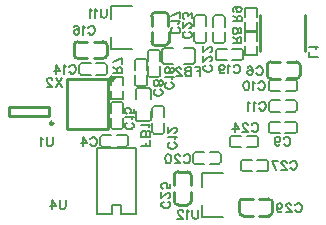
<source format=gbo>
G04 Layer: BottomSilkscreenLayer*
G04 EasyEDA Pro v1.8.39, 2022-10-27 11:15:30*
G04 Gerber Generator version 0.3*
G04 Scale: 100 percent, Rotated: No, Reflected: No*
G04 Dimensions in millimeters*
G04 Leading zeros omitted, absolute positions, 3 integers and 3 decimals*
%FSLAX33Y33*%
%MOMM*%
%ADD10C,0.127*%
%ADD11C,0.1524*%
%ADD12C,0.254*%
%ADD13C,0.151994*%
%ADD14C,0.29972*%
G75*


G04 Text Start*
G04 //text: U4*
G54D10*
G01X7201Y2106D02*
G01X7201Y1570D01*
G01X7165Y1463D01*
G01X7094Y1389D01*
G01X6988Y1354D01*
G01X6914D01*
G01X6807Y1389D01*
G01X6736Y1463D01*
G01X6701Y1570D01*
G01Y2106D01*
G01X6045Y2106D02*
G01X6403Y1605D01*
G01X5867D01*
G01X6045Y2106D02*
G01X6045Y1354D01*
G04 //text: C4*
G01X9307Y7259D02*
G01X9342Y7333D01*
G01X9413Y7404D01*
G01X9484Y7440D01*
G01X9629D01*
G01X9700Y7404D01*
G01X9771Y7333D01*
G01X9807Y7259D01*
G01X9843Y7153D01*
G01Y6975D01*
G01X9807Y6868D01*
G01X9771Y6797D01*
G01X9700Y6723D01*
G01X9629Y6688D01*
G01X9484D01*
G01X9413Y6723D01*
G01X9342Y6797D01*
G01X9307Y6868D01*
G01X8651Y7440D02*
G01X9009Y6939D01*
G01X8473D01*
G01X8651Y7440D02*
G01X8651Y6688D01*
G04 //text: U1*
G01X6109Y7414D02*
G01X6109Y6878D01*
G01X6073Y6772D01*
G01X6002Y6698D01*
G01X5895Y6662D01*
G01X5822D01*
G01X5715Y6698D01*
G01X5644Y6772D01*
G01X5608Y6878D01*
G01Y7414D01*
G01X5311Y7269D02*
G01X5237Y7308D01*
G01X5131Y7414D01*
G01Y6662D01*
G04 //text: R9*
G01X22121Y17234D02*
G01X21369Y17234D01*
G01X22121Y17234D02*
G01X22121Y17556D01*
G01X22085Y17663D01*
G01X22050Y17699D01*
G01X21976Y17734D01*
G01X21905D01*
G01X21834Y17699D01*
G01X21798Y17663D01*
G01X21763Y17556D01*
G01Y17234D01*
G01X21763Y17483D02*
G01X21369Y17734D01*
G01X21869Y18496D02*
G01X21763Y18461D01*
G01X21692Y18390D01*
G01X21656Y18283D01*
G01Y18247D01*
G01X21692Y18141D01*
G01X21763Y18067D01*
G01X21869Y18031D01*
G01X21905D01*
G01X22014Y18067D01*
G01X22085Y18141D01*
G01X22121Y18247D01*
G01Y18283D01*
G01X22085Y18390D01*
G01X22014Y18461D01*
G01X21869Y18496D01*
G01X21692D01*
G01X21514Y18461D01*
G01X21405Y18390D01*
G01X21369Y18283D01*
G01Y18212D01*
G01X21405Y18105D01*
G01X21478Y18067D01*
G04 //text: R8*
G01X22095Y15380D02*
G01X21344Y15380D01*
G01X22095Y15380D02*
G01X22095Y15702D01*
G01X22060Y15809D01*
G01X22024Y15845D01*
G01X21951Y15880D01*
G01X21880D01*
G01X21808Y15845D01*
G01X21773Y15809D01*
G01X21737Y15702D01*
G01Y15380D01*
G01X21737Y15629D02*
G01X21344Y15880D01*
G01X22095Y16358D02*
G01X22060Y16251D01*
G01X21989Y16213D01*
G01X21915D01*
G01X21844Y16251D01*
G01X21808Y16322D01*
G01X21773Y16464D01*
G01X21737Y16571D01*
G01X21666Y16642D01*
G01X21595Y16678D01*
G01X21488D01*
G01X21417Y16642D01*
G01X21379Y16607D01*
G01X21344Y16500D01*
G01Y16358D01*
G01X21379Y16251D01*
G01X21417Y16213D01*
G01X21488Y16177D01*
G01X21595D01*
G01X21666Y16213D01*
G01X21737Y16286D01*
G01X21773Y16393D01*
G01X21808Y16535D01*
G01X21844Y16607D01*
G01X21915Y16642D01*
G01X21989D01*
G01X22060Y16607D01*
G01X22095Y16500D01*
G01Y16358D01*
G04 //text: C8*
G01X15235Y11471D02*
G01X15309Y11435D01*
G01X15380Y11364D01*
G01X15415Y11293D01*
G01Y11148D01*
G01X15380Y11077D01*
G01X15309Y11006D01*
G01X15235Y10970D01*
G01X15128Y10935D01*
G01X14950D01*
G01X14844Y10970D01*
G01X14773Y11006D01*
G01X14699Y11077D01*
G01X14663Y11148D01*
G01Y11293D01*
G01X14699Y11364D01*
G01X14773Y11435D01*
G01X14844Y11471D01*
G01X15415Y11948D02*
G01X15380Y11841D01*
G01X15309Y11806D01*
G01X15235D01*
G01X15164Y11841D01*
G01X15128Y11913D01*
G01X15093Y12055D01*
G01X15057Y12162D01*
G01X14986Y12233D01*
G01X14915Y12268D01*
G01X14808D01*
G01X14737Y12233D01*
G01X14699Y12197D01*
G01X14663Y12090D01*
G01Y11948D01*
G01X14699Y11841D01*
G01X14737Y11806D01*
G01X14808Y11768D01*
G01X14915D01*
G01X14986Y11806D01*
G01X15057Y11877D01*
G01X15093Y11984D01*
G01X15128Y12126D01*
G01X15164Y12197D01*
G01X15235Y12233D01*
G01X15309D01*
G01X15380Y12197D01*
G01X15415Y12090D01*
G01Y11948D01*
G04 //text: C9*
G01X25690Y7285D02*
G01X25725Y7358D01*
G01X25796Y7430D01*
G01X25867Y7465D01*
G01X26012D01*
G01X26083Y7430D01*
G01X26154Y7358D01*
G01X26190Y7285D01*
G01X26226Y7178D01*
G01Y7000D01*
G01X26190Y6894D01*
G01X26154Y6822D01*
G01X26083Y6749D01*
G01X26012Y6713D01*
G01X25867D01*
G01X25796Y6749D01*
G01X25725Y6822D01*
G01X25690Y6894D01*
G01X24928Y7214D02*
G01X24963Y7107D01*
G01X25034Y7036D01*
G01X25141Y7000D01*
G01X25176D01*
G01X25283Y7036D01*
G01X25354Y7107D01*
G01X25392Y7214D01*
G01Y7249D01*
G01X25354Y7358D01*
G01X25283Y7430D01*
G01X25176Y7465D01*
G01X25141D01*
G01X25034Y7430D01*
G01X24963Y7358D01*
G01X24928Y7214D01*
G01Y7036D01*
G01X24963Y6858D01*
G01X25034Y6749D01*
G01X25141Y6713D01*
G01X25212D01*
G01X25319Y6749D01*
G01X25354Y6822D01*
G04 //text: C10*
G01X23531Y11984D02*
G01X23566Y12057D01*
G01X23637Y12129D01*
G01X23708Y12164D01*
G01X23853D01*
G01X23924Y12129D01*
G01X23995Y12057D01*
G01X24031Y11984D01*
G01X24067Y11877D01*
G01Y11699D01*
G01X24031Y11593D01*
G01X23995Y11521D01*
G01X23924Y11448D01*
G01X23853Y11412D01*
G01X23708D01*
G01X23637Y11448D01*
G01X23566Y11521D01*
G01X23531Y11593D01*
G01X23233Y12019D02*
G01X23160Y12057D01*
G01X23053Y12164D01*
G01Y11412D01*
G01X22540Y12164D02*
G01X22649Y12129D01*
G01X22720Y12019D01*
G01X22756Y11841D01*
G01Y11735D01*
G01X22720Y11557D01*
G01X22649Y11448D01*
G01X22540Y11412D01*
G01X22469D01*
G01X22362Y11448D01*
G01X22291Y11557D01*
G01X22255Y11735D01*
G01Y11841D01*
G01X22291Y12019D01*
G01X22362Y12129D01*
G01X22469Y12164D01*
G01X22540D01*
G04 //text: C12*
G01X16429Y7000D02*
G01X16502Y6965D01*
G01X16574Y6894D01*
G01X16609Y6822D01*
G01Y6678D01*
G01X16574Y6607D01*
G01X16502Y6535D01*
G01X16429Y6500D01*
G01X16322Y6464D01*
G01X16144D01*
G01X16038Y6500D01*
G01X15966Y6535D01*
G01X15893Y6607D01*
G01X15857Y6678D01*
G01Y6822D01*
G01X15893Y6894D01*
G01X15966Y6965D01*
G01X16038Y7000D01*
G01X16464Y7297D02*
G01X16502Y7371D01*
G01X16609Y7478D01*
G01X15857D01*
G01X16429Y7811D02*
G01X16464Y7811D01*
G01X16538Y7846D01*
G01X16574Y7882D01*
G01X16609Y7955D01*
G01Y8098D01*
G01X16574Y8169D01*
G01X16538Y8204D01*
G01X16464Y8240D01*
G01X16393D01*
G01X16322Y8204D01*
G01X16215Y8133D01*
G01X15857Y7775D01*
G01Y8275D01*
G04 //text: C11*
G01X23607Y10257D02*
G01X23642Y10330D01*
G01X23713Y10401D01*
G01X23785Y10437D01*
G01X23929D01*
G01X24000Y10401D01*
G01X24072Y10330D01*
G01X24107Y10257D01*
G01X24143Y10150D01*
G01Y9972D01*
G01X24107Y9865D01*
G01X24072Y9794D01*
G01X24000Y9721D01*
G01X23929Y9685D01*
G01X23785D01*
G01X23713Y9721D01*
G01X23642Y9794D01*
G01X23607Y9865D01*
G01X23310Y10292D02*
G01X23236Y10330D01*
G01X23129Y10437D01*
G01Y9685D01*
G01X22832Y10292D02*
G01X22761Y10330D01*
G01X22652Y10437D01*
G01Y9685D01*
G04 //text: U11*
G01X10706Y18285D02*
G01X10706Y17750D01*
G01X10671Y17643D01*
G01X10599Y17569D01*
G01X10493Y17534D01*
G01X10419D01*
G01X10312Y17569D01*
G01X10241Y17643D01*
G01X10206Y17750D01*
G01Y18285D01*
G01X9909Y18141D02*
G01X9835Y18179D01*
G01X9728Y18285D01*
G01Y17534D01*
G01X9431Y18141D02*
G01X9360Y18179D01*
G01X9251Y18285D01*
G01Y17534D01*
G04 //text: U12*
G01X18453Y1267D02*
G01X18453Y732D01*
G01X18418Y625D01*
G01X18346Y551D01*
G01X18240Y516D01*
G01X18166D01*
G01X18059Y551D01*
G01X17988Y625D01*
G01X17953Y732D01*
G01Y1267D01*
G01X17656Y1123D02*
G01X17582Y1161D01*
G01X17475Y1267D01*
G01Y516D01*
G01X17142Y1087D02*
G01X17142Y1123D01*
G01X17107Y1196D01*
G01X17071Y1232D01*
G01X16998Y1267D01*
G01X16855D01*
G01X16784Y1232D01*
G01X16749Y1196D01*
G01X16713Y1123D01*
G01Y1052D01*
G01X16749Y980D01*
G01X16820Y874D01*
G01X17178Y516D01*
G01X16678D01*
G04 //text: C18*
G01X16175Y12080D02*
G01X16248Y12045D01*
G01X16320Y11974D01*
G01X16355Y11902D01*
G01Y11758D01*
G01X16320Y11687D01*
G01X16248Y11615D01*
G01X16175Y11580D01*
G01X16068Y11544D01*
G01X15890D01*
G01X15784Y11580D01*
G01X15712Y11615D01*
G01X15639Y11687D01*
G01X15603Y11758D01*
G01Y11902D01*
G01X15639Y11974D01*
G01X15712Y12045D01*
G01X15784Y12080D01*
G01X16210Y12377D02*
G01X16248Y12451D01*
G01X16355Y12558D01*
G01X15603D01*
G01X16355Y13035D02*
G01X16320Y12926D01*
G01X16248Y12891D01*
G01X16175D01*
G01X16104Y12926D01*
G01X16068Y13000D01*
G01X16032Y13142D01*
G01X15997Y13249D01*
G01X15926Y13320D01*
G01X15855Y13355D01*
G01X15748D01*
G01X15677Y13320D01*
G01X15639Y13284D01*
G01X15603Y13178D01*
G01Y13035D01*
G01X15639Y12926D01*
G01X15677Y12891D01*
G01X15748Y12855D01*
G01X15855D01*
G01X15926Y12891D01*
G01X15997Y12962D01*
G01X16032Y13071D01*
G01X16068Y13213D01*
G01X16104Y13284D01*
G01X16175Y13320D01*
G01X16248D01*
G01X16320Y13284D01*
G01X16355Y13178D01*
G01Y13035D01*
G04 //text: C19*
G01X21448Y13406D02*
G01X21483Y13480D01*
G01X21554Y13551D01*
G01X21626Y13586D01*
G01X21770D01*
G01X21841Y13551D01*
G01X21913Y13480D01*
G01X21948Y13406D01*
G01X21984Y13299D01*
G01Y13122D01*
G01X21948Y13015D01*
G01X21913Y12944D01*
G01X21841Y12870D01*
G01X21770Y12835D01*
G01X21626D01*
G01X21554Y12870D01*
G01X21483Y12944D01*
G01X21448Y13015D01*
G01X21151Y13442D02*
G01X21077Y13480D01*
G01X20970Y13586D01*
G01Y12835D01*
G01X20208Y13335D02*
G01X20244Y13228D01*
G01X20315Y13157D01*
G01X20422Y13122D01*
G01X20457D01*
G01X20566Y13157D01*
G01X20638Y13228D01*
G01X20673Y13335D01*
G01Y13371D01*
G01X20638Y13480D01*
G01X20566Y13551D01*
G01X20457Y13586D01*
G01X20422D01*
G01X20315Y13551D01*
G01X20244Y13480D01*
G01X20208Y13335D01*
G01Y13157D01*
G01X20244Y12979D01*
G01X20315Y12870D01*
G01X20422Y12835D01*
G01X20493D01*
G01X20602Y12870D01*
G01X20638Y12944D01*
G04 //text: C20*
G01X17231Y5812D02*
G01X17267Y5885D01*
G01X17338Y5956D01*
G01X17409Y5992D01*
G01X17554D01*
G01X17625Y5956D01*
G01X17696Y5885D01*
G01X17732Y5812D01*
G01X17767Y5705D01*
G01Y5527D01*
G01X17732Y5420D01*
G01X17696Y5349D01*
G01X17625Y5276D01*
G01X17554Y5240D01*
G01X17409D01*
G01X17338Y5276D01*
G01X17267Y5349D01*
G01X17231Y5420D01*
G01X16896Y5812D02*
G01X16896Y5847D01*
G01X16861Y5921D01*
G01X16825Y5956D01*
G01X16754Y5992D01*
G01X16612D01*
G01X16540Y5956D01*
G01X16505Y5921D01*
G01X16469Y5847D01*
G01Y5776D01*
G01X16505Y5705D01*
G01X16576Y5598D01*
G01X16934Y5240D01*
G01X16434D01*
G01X15921Y5992D02*
G01X16027Y5956D01*
G01X16099Y5847D01*
G01X16134Y5669D01*
G01Y5563D01*
G01X16099Y5385D01*
G01X16027Y5276D01*
G01X15921Y5240D01*
G01X15850D01*
G01X15740Y5276D01*
G01X15669Y5385D01*
G01X15634Y5563D01*
G01Y5669D01*
G01X15669Y5847D01*
G01X15740Y5956D01*
G01X15850Y5992D01*
G01X15921D01*
G04 //text: C22*
G01X19451Y13528D02*
G01X19525Y13492D01*
G01X19596Y13421D01*
G01X19632Y13350D01*
G01Y13205D01*
G01X19596Y13134D01*
G01X19525Y13063D01*
G01X19451Y13028D01*
G01X19345Y12992D01*
G01X19167D01*
G01X19060Y13028D01*
G01X18989Y13063D01*
G01X18915Y13134D01*
G01X18880Y13205D01*
G01Y13350D01*
G01X18915Y13421D01*
G01X18989Y13492D01*
G01X19060Y13528D01*
G01X19451Y13863D02*
G01X19487Y13863D01*
G01X19561Y13899D01*
G01X19596Y13934D01*
G01X19632Y14006D01*
G01Y14148D01*
G01X19596Y14219D01*
G01X19561Y14254D01*
G01X19487Y14290D01*
G01X19416D01*
G01X19345Y14254D01*
G01X19238Y14183D01*
G01X18880Y13825D01*
G01Y14326D01*
G01X19451Y14661D02*
G01X19487Y14661D01*
G01X19561Y14696D01*
G01X19596Y14732D01*
G01X19632Y14803D01*
G01Y14945D01*
G01X19596Y15019D01*
G01X19561Y15055D01*
G01X19487Y15090D01*
G01X19416D01*
G01X19345Y15055D01*
G01X19238Y14981D01*
G01X18880Y14625D01*
G01Y15126D01*
G04 //text: C23*
G01X17699Y16347D02*
G01X17772Y16312D01*
G01X17844Y16241D01*
G01X17879Y16170D01*
G01Y16025D01*
G01X17844Y15954D01*
G01X17772Y15883D01*
G01X17699Y15847D01*
G01X17592Y15812D01*
G01X17414D01*
G01X17308Y15847D01*
G01X17236Y15883D01*
G01X17163Y15954D01*
G01X17127Y16025D01*
G01Y16170D01*
G01X17163Y16241D01*
G01X17236Y16312D01*
G01X17308Y16347D01*
G01X17699Y16683D02*
G01X17734Y16683D01*
G01X17808Y16718D01*
G01X17844Y16754D01*
G01X17879Y16825D01*
G01Y16967D01*
G01X17844Y17038D01*
G01X17808Y17074D01*
G01X17734Y17109D01*
G01X17663D01*
G01X17592Y17074D01*
G01X17485Y17003D01*
G01X17127Y16645D01*
G01Y17145D01*
G01X17879Y17516D02*
G01X17879Y17910D01*
G01X17592Y17694D01*
G01Y17800D01*
G01X17556Y17874D01*
G01X17521Y17910D01*
G01X17414Y17945D01*
G01X17343D01*
G01X17236Y17910D01*
G01X17163Y17838D01*
G01X17127Y17729D01*
G01Y17623D01*
G01X17163Y17516D01*
G01X17201Y17480D01*
G01X17272Y17445D01*
G04 //text: R7*
G01X11961Y12865D02*
G01X11209Y12865D01*
G01X11961Y12865D02*
G01X11961Y13188D01*
G01X11925Y13294D01*
G01X11890Y13330D01*
G01X11816Y13365D01*
G01X11745D01*
G01X11674Y13330D01*
G01X11638Y13294D01*
G01X11603Y13188D01*
G01Y12865D01*
G01X11603Y13114D02*
G01X11209Y13365D01*
G01X11961Y14163D02*
G01X11209Y13807D01*
G01X11961Y13663D02*
G01X11961Y14163D01*
G04 //text: FB1*
G01X14374Y6693D02*
G01X13622Y6693D01*
G01X14374Y6693D02*
G01X14374Y7158D01*
G01X14016Y6693D02*
G01X14016Y6980D01*
G01X14374Y7455D02*
G01X13622Y7455D01*
G01X14374Y7455D02*
G01X14374Y7777D01*
G01X14338Y7884D01*
G01X14303Y7920D01*
G01X14229Y7955D01*
G01X14158D01*
G01X14087Y7920D01*
G01X14051Y7884D01*
G01X14016Y7777D01*
G01X14016Y7455D02*
G01X14016Y7777D01*
G01X13980Y7884D01*
G01X13945Y7920D01*
G01X13873Y7955D01*
G01X13767D01*
G01X13696Y7920D01*
G01X13658Y7884D01*
G01X13622Y7777D01*
G01Y7455D01*
G01X14229Y8255D02*
G01X14267Y8326D01*
G01X14374Y8433D01*
G01X13622D01*
G04 //text: L1*
G01X28547Y14186D02*
G01X27795Y14186D01*
G01X27795Y14186D02*
G01X27795Y14615D01*
G01X28402Y14912D02*
G01X28440Y14983D01*
G01X28547Y15093D01*
G01X27795D01*
G04 //text: FB2*
G01X18606Y13358D02*
G01X18606Y12606D01*
G01X18606Y13358D02*
G01X18141Y13358D01*
G01X18606Y13000D02*
G01X18318Y13000D01*
G01X17844Y13358D02*
G01X17844Y12606D01*
G01X17844Y13358D02*
G01X17521Y13358D01*
G01X17414Y13322D01*
G01X17379Y13287D01*
G01X17343Y13213D01*
G01Y13142D01*
G01X17379Y13071D01*
G01X17414Y13035D01*
G01X17521Y13000D01*
G01X17844Y13000D02*
G01X17521Y13000D01*
G01X17414Y12964D01*
G01X17379Y12929D01*
G01X17343Y12857D01*
G01Y12751D01*
G01X17379Y12680D01*
G01X17414Y12642D01*
G01X17521Y12606D01*
G01X17844D01*
G01X17008Y13178D02*
G01X17008Y13213D01*
G01X16972Y13287D01*
G01X16937Y13322D01*
G01X16866Y13358D01*
G01X16723D01*
G01X16652Y13322D01*
G01X16617Y13287D01*
G01X16579Y13213D01*
G01Y13142D01*
G01X16617Y13071D01*
G01X16688Y12964D01*
G01X17043Y12606D01*
G01X16543D01*
G04 //text: X2*
G01X6896Y12443D02*
G01X6396Y11692D01*
G01X6396Y12443D02*
G01X6896Y11692D01*
G01X6063Y12263D02*
G01X6063Y12299D01*
G01X6025Y12372D01*
G01X5989Y12408D01*
G01X5918Y12443D01*
G01X5776D01*
G01X5705Y12408D01*
G01X5669Y12372D01*
G01X5634Y12299D01*
G01Y12228D01*
G01X5669Y12156D01*
G01X5740Y12050D01*
G01X6099Y11692D01*
G01X5598D01*
G04 //text: C24*
G01X22972Y8453D02*
G01X23007Y8527D01*
G01X23078Y8598D01*
G01X23150Y8633D01*
G01X23294D01*
G01X23365Y8598D01*
G01X23437Y8527D01*
G01X23472Y8453D01*
G01X23508Y8346D01*
G01Y8169D01*
G01X23472Y8062D01*
G01X23437Y7991D01*
G01X23365Y7917D01*
G01X23294Y7882D01*
G01X23150D01*
G01X23078Y7917D01*
G01X23007Y7991D01*
G01X22972Y8062D01*
G01X22636Y8453D02*
G01X22636Y8489D01*
G01X22601Y8562D01*
G01X22565Y8598D01*
G01X22494Y8633D01*
G01X22352D01*
G01X22281Y8598D01*
G01X22245Y8562D01*
G01X22210Y8489D01*
G01Y8418D01*
G01X22245Y8346D01*
G01X22316Y8240D01*
G01X22675Y7882D01*
G01X22174D01*
G01X21519Y8633D02*
G01X21874Y8133D01*
G01X21339D01*
G01X21519Y8633D02*
G01X21519Y7882D01*
G04 //text: C6*
G01X23353Y13254D02*
G01X23388Y13327D01*
G01X23459Y13399D01*
G01X23531Y13434D01*
G01X23675D01*
G01X23746Y13399D01*
G01X23818Y13327D01*
G01X23853Y13254D01*
G01X23889Y13147D01*
G01Y12969D01*
G01X23853Y12863D01*
G01X23818Y12791D01*
G01X23746Y12718D01*
G01X23675Y12682D01*
G01X23531D01*
G01X23459Y12718D01*
G01X23388Y12791D01*
G01X23353Y12863D01*
G01X22626Y13327D02*
G01X22662Y13399D01*
G01X22769Y13434D01*
G01X22840D01*
G01X22946Y13399D01*
G01X23017Y13289D01*
G01X23056Y13111D01*
G01Y12934D01*
G01X23017Y12791D01*
G01X22946Y12718D01*
G01X22840Y12682D01*
G01X22804D01*
G01X22697Y12718D01*
G01X22626Y12791D01*
G01X22591Y12898D01*
G01Y12934D01*
G01X22626Y13040D01*
G01X22697Y13111D01*
G01X22804Y13147D01*
G01X22840D01*
G01X22946Y13111D01*
G01X23017Y13040D01*
G01X23056Y12934D01*
G04 //text: C15*
G01X12797Y8651D02*
G01X12870Y8616D01*
G01X12941Y8545D01*
G01X12977Y8473D01*
G01Y8329D01*
G01X12941Y8258D01*
G01X12870Y8186D01*
G01X12797Y8151D01*
G01X12690Y8115D01*
G01X12512D01*
G01X12405Y8151D01*
G01X12334Y8186D01*
G01X12261Y8258D01*
G01X12225Y8329D01*
G01Y8473D01*
G01X12261Y8545D01*
G01X12334Y8616D01*
G01X12405Y8651D01*
G01X12832Y8948D02*
G01X12870Y9022D01*
G01X12977Y9129D01*
G01X12225D01*
G01X12977Y9855D02*
G01X12977Y9497D01*
G01X12654Y9462D01*
G01X12690Y9497D01*
G01X12725Y9606D01*
G01Y9713D01*
G01X12690Y9820D01*
G01X12619Y9891D01*
G01X12512Y9926D01*
G01X12441D01*
G01X12334Y9891D01*
G01X12261Y9820D01*
G01X12225Y9713D01*
G01Y9606D01*
G01X12261Y9497D01*
G01X12299Y9462D01*
G01X12370Y9426D01*
G04 //text: C17*
G01X16708Y16754D02*
G01X16782Y16718D01*
G01X16853Y16647D01*
G01X16888Y16576D01*
G01Y16431D01*
G01X16853Y16360D01*
G01X16782Y16289D01*
G01X16708Y16253D01*
G01X16601Y16218D01*
G01X16424D01*
G01X16317Y16253D01*
G01X16246Y16289D01*
G01X16172Y16360D01*
G01X16137Y16431D01*
G01Y16576D01*
G01X16172Y16647D01*
G01X16246Y16718D01*
G01X16317Y16754D01*
G01X16744Y17051D02*
G01X16782Y17125D01*
G01X16888Y17231D01*
G01X16137D01*
G01X16888Y18029D02*
G01X16137Y17673D01*
G01X16888Y17529D02*
G01X16888Y18029D01*
G04 //text: C27*
G01X26248Y5253D02*
G01X26284Y5326D01*
G01X26355Y5398D01*
G01X26426Y5433D01*
G01X26571D01*
G01X26642Y5398D01*
G01X26713Y5326D01*
G01X26749Y5253D01*
G01X26784Y5146D01*
G01Y4968D01*
G01X26749Y4862D01*
G01X26713Y4790D01*
G01X26642Y4717D01*
G01X26571Y4681D01*
G01X26426D01*
G01X26355Y4717D01*
G01X26284Y4790D01*
G01X26248Y4862D01*
G01X25913Y5253D02*
G01X25913Y5288D01*
G01X25878Y5362D01*
G01X25842Y5398D01*
G01X25771Y5433D01*
G01X25629D01*
G01X25557Y5398D01*
G01X25522Y5362D01*
G01X25486Y5288D01*
G01Y5217D01*
G01X25522Y5146D01*
G01X25593Y5039D01*
G01X25951Y4681D01*
G01X25451D01*
G01X24651Y5433D02*
G01X25009Y4681D01*
G01X25151Y5433D02*
G01X24651Y5433D01*
G04 //text: C29*
G01X26655Y1671D02*
G01X26690Y1745D01*
G01X26761Y1816D01*
G01X26833Y1852D01*
G01X26977D01*
G01X27048Y1816D01*
G01X27120Y1745D01*
G01X27155Y1671D01*
G01X27191Y1565D01*
G01Y1387D01*
G01X27155Y1280D01*
G01X27120Y1209D01*
G01X27048Y1135D01*
G01X26977Y1100D01*
G01X26833D01*
G01X26761Y1135D01*
G01X26690Y1209D01*
G01X26655Y1280D01*
G01X26319Y1671D02*
G01X26319Y1707D01*
G01X26284Y1781D01*
G01X26248Y1816D01*
G01X26177Y1852D01*
G01X26035D01*
G01X25964Y1816D01*
G01X25928Y1781D01*
G01X25893Y1707D01*
G01Y1636D01*
G01X25928Y1565D01*
G01X25999Y1458D01*
G01X26358Y1100D01*
G01X25857D01*
G01X25093Y1600D02*
G01X25128Y1494D01*
G01X25202Y1422D01*
G01X25309Y1387D01*
G01X25344D01*
G01X25451Y1422D01*
G01X25522Y1494D01*
G01X25557Y1600D01*
G01Y1636D01*
G01X25522Y1745D01*
G01X25451Y1816D01*
G01X25344Y1852D01*
G01X25309D01*
G01X25202Y1816D01*
G01X25128Y1745D01*
G01X25093Y1600D01*
G01Y1422D01*
G01X25128Y1245D01*
G01X25202Y1135D01*
G01X25309Y1100D01*
G01X25380D01*
G01X25486Y1135D01*
G01X25522Y1209D01*
G04 //text: C14*
G01X7529Y13381D02*
G01X7564Y13454D01*
G01X7635Y13526D01*
G01X7706Y13561D01*
G01X7851D01*
G01X7922Y13526D01*
G01X7993Y13454D01*
G01X8029Y13381D01*
G01X8065Y13274D01*
G01Y13096D01*
G01X8029Y12990D01*
G01X7993Y12918D01*
G01X7922Y12845D01*
G01X7851Y12809D01*
G01X7706D01*
G01X7635Y12845D01*
G01X7564Y12918D01*
G01X7529Y12990D01*
G01X7231Y13416D02*
G01X7158Y13454D01*
G01X7051Y13561D01*
G01Y12809D01*
G01X6396Y13561D02*
G01X6754Y13061D01*
G01X6218D01*
G01X6396Y13561D02*
G01X6396Y12809D01*
G04 //text: C16*
G01X9129Y16683D02*
G01X9164Y16756D01*
G01X9235Y16828D01*
G01X9307Y16863D01*
G01X9451D01*
G01X9522Y16828D01*
G01X9594Y16756D01*
G01X9629Y16683D01*
G01X9665Y16576D01*
G01Y16398D01*
G01X9629Y16292D01*
G01X9594Y16220D01*
G01X9522Y16147D01*
G01X9451Y16111D01*
G01X9307D01*
G01X9235Y16147D01*
G01X9164Y16220D01*
G01X9129Y16292D01*
G01X8832Y16718D02*
G01X8758Y16756D01*
G01X8651Y16863D01*
G01Y16111D01*
G01X7925Y16756D02*
G01X7960Y16828D01*
G01X8067Y16863D01*
G01X8138D01*
G01X8247Y16828D01*
G01X8319Y16718D01*
G01X8354Y16540D01*
G01Y16363D01*
G01X8319Y16220D01*
G01X8247Y16147D01*
G01X8138Y16111D01*
G01X8103D01*
G01X7996Y16147D01*
G01X7925Y16220D01*
G01X7889Y16327D01*
G01Y16363D01*
G01X7925Y16469D01*
G01X7996Y16540D01*
G01X8103Y16576D01*
G01X8138D01*
G01X8247Y16540D01*
G01X8319Y16469D01*
G01X8354Y16363D01*
G04 //text: C25*
G01X15895Y1971D02*
G01X15969Y1935D01*
G01X16040Y1864D01*
G01X16076Y1793D01*
G01Y1648D01*
G01X16040Y1577D01*
G01X15969Y1506D01*
G01X15895Y1471D01*
G01X15789Y1435D01*
G01X15611D01*
G01X15504Y1471D01*
G01X15433Y1506D01*
G01X15359Y1577D01*
G01X15324Y1648D01*
G01Y1793D01*
G01X15359Y1864D01*
G01X15433Y1935D01*
G01X15504Y1971D01*
G01X15895Y2306D02*
G01X15931Y2306D01*
G01X16005Y2342D01*
G01X16040Y2377D01*
G01X16076Y2449D01*
G01Y2591D01*
G01X16040Y2662D01*
G01X16005Y2697D01*
G01X15931Y2733D01*
G01X15860D01*
G01X15789Y2697D01*
G01X15682Y2626D01*
G01X15324Y2268D01*
G01Y2769D01*
G01X16076Y3498D02*
G01X16076Y3139D01*
G01X15753Y3104D01*
G01X15789Y3139D01*
G01X15824Y3246D01*
G01Y3353D01*
G01X15789Y3462D01*
G01X15718Y3533D01*
G01X15611Y3569D01*
G01X15540D01*
G01X15433Y3533D01*
G01X15359Y3462D01*
G01X15324Y3353D01*
G01Y3246D01*
G01X15359Y3139D01*
G01X15397Y3104D01*
G01X15469Y3068D01*
G04 Text End*

G04 PolygonModel Start*
G01X9837Y6503D02*
G01X13137Y6503D01*
G01Y903D01*
G01X11862Y916D01*
G01Y1676D01*
G01X11100D01*
G01Y913D01*
G01X9837Y903D01*
G01Y6503D01*
G54D11*
G01X10298Y7611D02*
G01X11088Y7611D01*
G01X11088Y6613D02*
G01X10298Y6613D01*
G01X10146Y6766D02*
G01X10146Y7458D01*
G01X12331Y7611D02*
G01X11541Y7611D01*
G01X11541Y6613D02*
G01X12331Y6613D01*
G01X12483Y6766D02*
G01X12483Y7458D01*
G01X10298Y6613D02*
G02X10146Y6766I0J152D01*
G01X10146Y7458D02*
G02X10298Y7611I152J0D01*
G01X12331Y6613D02*
G03X12483Y6766I0J152D01*
G01X12483Y7458D02*
G03X12331Y7611I-152J0D01*
G54D12*
G01X5790Y9221D02*
G01X2440Y9221D01*
G01X5790Y9981D02*
G01X5790Y9221D01*
G01X5790Y9981D02*
G01X2440Y9981D01*
G01X2440Y9981D02*
G01X2440Y9221D01*
G54D11*
G01X23435Y17625D02*
G01X23435Y18343D01*
G01X23435Y18343D02*
G01X22438Y18343D01*
G01X22438Y18343D02*
G01X22438Y17625D01*
G01X23435Y17173D02*
G01X23435Y16455D01*
G01X23435Y16455D02*
G01X22438Y16455D01*
G01X22438Y16455D02*
G01X22438Y17173D01*
G01X23435Y15593D02*
G01X23435Y16311D01*
G01X23435Y16311D02*
G01X22438Y16311D01*
G01X22438Y16311D02*
G01X22438Y15593D01*
G01X23435Y15141D02*
G01X23435Y14423D01*
G01X23435Y14423D02*
G01X22438Y14423D01*
G01X22438Y14423D02*
G01X22438Y15141D01*
G01X13090Y11887D02*
G01X13090Y12677D01*
G01X14088Y12677D02*
G01X14088Y11887D01*
G01X13935Y11734D02*
G01X13243Y11734D01*
G01X13090Y13920D02*
G01X13090Y13129D01*
G01X14088Y13129D02*
G01X14088Y13920D01*
G01X13935Y14072D02*
G01X13243Y14072D01*
G01X14088Y11887D02*
G02X13935Y11734I-152J0D01*
G01X13243Y11734D02*
G02X13090Y11887I0J152D01*
G01X14088Y13920D02*
G03X13935Y14072I-152J0D01*
G01X13243Y14072D02*
G03X13090Y13920I0J-152D01*
G01X24575Y8754D02*
G01X25365Y8754D01*
G01X25365Y7756D02*
G01X24575Y7756D01*
G01X24423Y7909D02*
G01X24423Y8601D01*
G01X26608Y8754D02*
G01X25818Y8754D01*
G01X25818Y7756D02*
G01X26608Y7756D01*
G01X26760Y7909D02*
G01X26760Y8601D01*
G01X24575Y7756D02*
G02X24423Y7909I0J152D01*
G01X24423Y8601D02*
G02X24575Y8754I152J0D01*
G01X26608Y7756D02*
G03X26760Y7909I0J152D01*
G01X26760Y8601D02*
G03X26608Y8754I-152J0D01*
G01X24587Y12310D02*
G01X25377Y12310D01*
G01X25377Y11312D02*
G01X24587Y11312D01*
G01X24434Y11465D02*
G01X24434Y12157D01*
G01X26620Y12310D02*
G01X25829Y12310D01*
G01X25829Y11312D02*
G01X26620Y11312D01*
G01X26772Y11465D02*
G01X26772Y12157D01*
G01X24587Y11312D02*
G02X24434Y11465I0J152D01*
G01X24434Y12157D02*
G02X24587Y12310I152J0D01*
G01X26620Y11312D02*
G03X26772Y11465I0J152D01*
G01X26772Y12157D02*
G03X26620Y12310I-152J0D01*
G01X15561Y9906D02*
G01X15561Y9116D01*
G01X14564Y9116D02*
G01X14564Y9906D01*
G01X14716Y10059D02*
G01X15408Y10059D01*
G01X15561Y7874D02*
G01X15561Y8664D01*
G01X14564Y8664D02*
G01X14564Y7874D01*
G01X14716Y7721D02*
G01X15408Y7721D01*
G01X14564Y9906D02*
G02X14716Y10059I152J0D01*
G01X15408Y10059D02*
G02X15561Y9906I0J-152D01*
G01X14564Y7874D02*
G03X14716Y7721I152J0D01*
G01X15408Y7721D02*
G03X15561Y7874I0J152D01*
G01X26620Y9560D02*
G01X25829Y9560D01*
G01X25829Y10557D02*
G01X26620Y10557D01*
G01X26772Y10405D02*
G01X26772Y9712D01*
G01X24587Y9560D02*
G01X25377Y9560D01*
G01X25377Y10557D02*
G01X24587Y10557D01*
G01X24434Y10405D02*
G01X24434Y9712D01*
G01X26620Y10557D02*
G02X26772Y10405I0J-152D01*
G01X26772Y9712D02*
G02X26620Y9560I-152J0D01*
G01X24587Y10557D02*
G03X24434Y10405I0J-152D01*
G01X24434Y9712D02*
G03X24587Y9560I152J0D01*
G54D10*
G01X11049Y17424D02*
G01X11049Y18567D01*
G01X12827D01*
G01X11049Y15900D02*
G01X11049Y14884D01*
G01X12827D01*
G01X18745Y3226D02*
G01X18745Y4369D01*
G01X20523D01*
G01X18745Y1702D02*
G01X18745Y686D01*
G01X20523D01*
G54D11*
G01X15205Y14682D02*
G01X15205Y13891D01*
G01X14208Y13891D02*
G01X14208Y14682D01*
G01X14360Y14834D02*
G01X15053Y14834D01*
G01X15205Y12649D02*
G01X15205Y13439D01*
G01X14208Y13439D02*
G01X14208Y12649D01*
G01X14360Y12496D02*
G01X15053Y12496D01*
G01X14208Y14682D02*
G02X14360Y14834I152J0D01*
G01X15053Y14834D02*
G02X15205Y14682I0J-152D01*
G01X14208Y12649D02*
G03X14360Y12496I152J0D01*
G01X15053Y12496D02*
G03X15205Y12649I0J152D01*
G01X22098Y13929D02*
G01X21308Y13929D01*
G01X21308Y14926D02*
G01X22098Y14926D01*
G01X22251Y14773D02*
G01X22251Y14081D01*
G01X20066Y13929D02*
G01X20856Y13929D01*
G01X20856Y14926D02*
G01X20066Y14926D01*
G01X19913Y14773D02*
G01X19913Y14081D01*
G01X22098Y14926D02*
G02X22251Y14773I0J-152D01*
G01X22251Y14081D02*
G02X22098Y13929I-152J0D01*
G01X20066Y14926D02*
G03X19913Y14773I0J-152D01*
G01X19913Y14081D02*
G03X20066Y13929I152J0D01*
G01X18161Y6163D02*
G01X18951Y6163D01*
G01X18951Y5166D02*
G01X18161Y5166D01*
G01X18008Y5318D02*
G01X18008Y6010D01*
G01X20193Y6163D02*
G01X19403Y6163D01*
G01X19403Y5166D02*
G01X20193Y5166D01*
G01X20346Y5318D02*
G01X20346Y6010D01*
G01X18161Y5166D02*
G02X18008Y5318I0J152D01*
G01X18008Y6010D02*
G02X18161Y6163I152J0D01*
G01X20193Y5166D02*
G03X20346Y5318I0J152D01*
G01X20346Y6010D02*
G03X20193Y6163I-152J0D01*
G01X19694Y15556D02*
G01X19694Y16346D01*
G01X20692Y16346D02*
G01X20692Y15556D01*
G01X20539Y15404D02*
G01X19847Y15404D01*
G01X19694Y17589D02*
G01X19694Y16799D01*
G01X20692Y16799D02*
G01X20692Y17589D01*
G01X20539Y17741D02*
G01X19847Y17741D01*
G01X20692Y15556D02*
G02X20539Y15404I-152J0D01*
G01X19847Y15404D02*
G02X19694Y15556I0J152D01*
G01X20692Y17589D02*
G03X20539Y17741I-152J0D01*
G01X19847Y17741D02*
G03X19694Y17589I0J-152D01*
G01X18120Y15570D02*
G01X18120Y16360D01*
G01X19117Y16360D02*
G01X19117Y15570D01*
G01X18964Y15417D02*
G01X18272Y15417D01*
G01X18120Y17603D02*
G01X18120Y16812D01*
G01X19117Y16812D02*
G01X19117Y17603D01*
G01X18964Y17755D02*
G01X18272Y17755D01*
G01X19117Y15570D02*
G02X18964Y15417I-152J0D01*
G01X18272Y15417D02*
G02X18120Y15570I0J152D01*
G01X19117Y17603D02*
G03X18964Y17755I-152J0D01*
G01X18272Y17755D02*
G03X18120Y17603I0J-152D01*
G01X12056Y11809D02*
G01X12056Y12527D01*
G01X12056Y12527D02*
G01X11058Y12527D01*
G01X11058Y12527D02*
G01X11058Y11809D01*
G01X12056Y11356D02*
G01X12056Y10638D01*
G01X12056Y10638D02*
G01X11058Y10638D01*
G01X11058Y10638D02*
G01X11058Y11356D01*
G54D13*
G01X13141Y8914D02*
G01X13141Y9676D01*
G01X13141Y11444D02*
G01X13141Y10682D01*
G01X14462Y11444D02*
G01X14462Y10682D01*
G54D11*
G01X14462Y11444D02*
G01X14310Y11596D01*
G01X14310Y11596D02*
G01X13293Y11596D01*
G01X13293Y11596D02*
G01X13141Y11444D01*
G54D13*
G01X14462Y8914D02*
G01X14462Y9676D01*
G54D11*
G01X13141Y8914D02*
G01X13293Y8761D01*
G01X13293Y8761D02*
G01X14310Y8761D01*
G01X14310Y8761D02*
G01X14462Y8914D01*
G54D12*
G01X27483Y14707D02*
G01X27483Y17755D01*
G01X27470Y14707D02*
G01X27483Y14707D01*
G01X23673Y14707D02*
G01X23686Y14707D01*
G01X23686Y17755D02*
G01X23673Y17755D01*
G01X27483Y17755D02*
G01X27470Y17755D01*
G01X23673Y14707D02*
G01X23673Y17755D01*
G54D13*
G01X18036Y13649D02*
G01X17274Y13649D01*
G01X15506Y13649D02*
G01X16268Y13649D01*
G01X15506Y14970D02*
G01X16268Y14970D01*
G54D11*
G01X15506Y14970D02*
G01X15353Y14818D01*
G01X15353Y14818D02*
G01X15353Y13801D01*
G01X15353Y13801D02*
G01X15506Y13649D01*
G54D13*
G01X18036Y14970D02*
G01X17274Y14970D01*
G54D11*
G01X18036Y13649D02*
G01X18188Y13801D01*
G01X18188Y13801D02*
G01X18188Y14818D01*
G01X18188Y14818D02*
G01X18036Y14970D01*
G54D12*
G01X10792Y8186D02*
G01X10792Y12085D01*
G01X10792Y12085D02*
G01X10792Y12286D01*
G01X7292Y8136D02*
G01X8052Y8136D01*
G01X8052Y8136D02*
G01X10792Y8136D01*
G01X7292Y12337D02*
G01X10792Y12337D01*
G01X7292Y12337D02*
G01X7292Y8136D01*
G54D11*
G01X21310Y7560D02*
G01X22100Y7560D01*
G01X22100Y6563D02*
G01X21310Y6563D01*
G01X21158Y6715D02*
G01X21158Y7407D01*
G01X23343Y7560D02*
G01X22553Y7560D01*
G01X22553Y6563D02*
G01X23343Y6563D01*
G01X23495Y6715D02*
G01X23495Y7407D01*
G01X21310Y6563D02*
G02X21158Y6715I0J152D01*
G01X21158Y7407D02*
G02X21310Y7560I152J0D01*
G01X23343Y6563D02*
G03X23495Y6715I0J152D01*
G01X23495Y7407D02*
G03X23343Y7560I-152J0D01*
G54D12*
G01X24264Y13506D02*
G01X24264Y12706D01*
G01X25374Y13816D02*
G01X24574Y13816D01*
G01X25374Y12396D02*
G01X24574Y12396D01*
G01X25950Y13822D02*
G01X26750Y13822D01*
G01X27059Y13512D02*
G01X27059Y12712D01*
G01X25950Y12402D02*
G01X26750Y12402D01*
G01X27060Y13512D02*
G03X26750Y13822I-310J0D01*
G01X26750Y12402D02*
G03X27060Y12712I0J310D01*
G01X24574Y13816D02*
G03X24264Y13506I-0J-310D01*
G01X24264Y12706D02*
G03X24574Y12396I310J0D01*
G54D11*
G01X12056Y10287D02*
G01X12056Y9497D01*
G01X11058Y9497D02*
G01X11058Y10287D01*
G01X11211Y10440D02*
G01X11903Y10440D01*
G01X12056Y8255D02*
G01X12056Y9045D01*
G01X11058Y9045D02*
G01X11058Y8255D01*
G01X11211Y8102D02*
G01X11903Y8102D01*
G01X11058Y10287D02*
G02X11211Y10440I152J0D01*
G01X11903Y10440D02*
G02X12056Y10287I0J-152D01*
G01X11058Y8255D02*
G03X11211Y8102I152J0D01*
G01X11903Y8102D02*
G03X12056Y8255I0J152D01*
G54D12*
G01X14815Y15196D02*
G01X15615Y15196D01*
G01X14505Y16306D02*
G01X14505Y15506D01*
G01X15925Y16306D02*
G01X15925Y15506D01*
G01X14499Y16882D02*
G01X14499Y17682D01*
G01X14809Y17992D02*
G01X15609Y17992D01*
G01X15919Y16882D02*
G01X15919Y17682D01*
G01X14809Y17992D02*
G03X14499Y17682I0J-310D01*
G01X15919Y17682D02*
G03X15609Y17992I-310J0D01*
G01X14505Y15506D02*
G03X14815Y15196I310J-0D01*
G01X15615Y15196D02*
G03X15925Y15506I0J310D01*
G54D11*
G01X22199Y5528D02*
G01X22989Y5528D01*
G01X22989Y4531D02*
G01X22199Y4531D01*
G01X22047Y4683D02*
G01X22047Y5375D01*
G01X24232Y5528D02*
G01X23442Y5528D01*
G01X23442Y4531D02*
G01X24232Y4531D01*
G01X24384Y4683D02*
G01X24384Y5375D01*
G01X22199Y4531D02*
G02X22047Y4683I0J152D01*
G01X22047Y5375D02*
G02X22199Y5528I152J0D01*
G01X24232Y4531D02*
G03X24384Y4683I0J152D01*
G01X24384Y5375D02*
G03X24232Y5528I-152J0D01*
G54D12*
G01X21927Y1898D02*
G01X21927Y1098D01*
G01X23037Y2208D02*
G01X22237Y2208D01*
G01X23037Y789D02*
G01X22237Y789D01*
G01X23613Y2214D02*
G01X24413Y2214D01*
G01X24723Y1904D02*
G01X24723Y1104D01*
G01X23613Y794D02*
G01X24413Y794D01*
G01X24723Y1904D02*
G03X24413Y2214I-310J0D01*
G01X24413Y794D02*
G03X24723Y1104I0J310D01*
G01X22237Y2208D02*
G03X21927Y1898I-0J-310D01*
G01X21927Y1098D02*
G03X22237Y789I310J0D01*
G54D11*
G01X10567Y12684D02*
G01X9777Y12684D01*
G01X9777Y13681D02*
G01X10567Y13681D01*
G01X10719Y13529D02*
G01X10719Y12836D01*
G01X8534Y12684D02*
G01X9324Y12684D01*
G01X9324Y13681D02*
G01X8534Y13681D01*
G01X8382Y13529D02*
G01X8382Y12836D01*
G01X10567Y13681D02*
G02X10719Y13529I0J-152D01*
G01X10719Y12836D02*
G02X10567Y12684I-152J0D01*
G01X8534Y13681D02*
G03X8382Y13529I0J-152D01*
G01X8382Y12836D02*
G03X8534Y12684I152J0D01*
G54D12*
G01X7918Y15208D02*
G01X7918Y14408D01*
G01X9027Y15518D02*
G01X8227Y15518D01*
G01X9027Y14098D02*
G01X8227Y14098D01*
G01X9603Y15524D02*
G01X10403Y15524D01*
G01X10713Y15214D02*
G01X10713Y14414D01*
G01X9603Y14104D02*
G01X10403Y14104D01*
G01X10713Y15214D02*
G03X10403Y15524I-310J0D01*
G01X10403Y14104D02*
G03X10713Y14414I0J310D01*
G01X8227Y15518D02*
G03X7918Y15208I-0J-310D01*
G01X7918Y14408D02*
G03X8227Y14098I310J0D01*
G01X16720Y1709D02*
G01X17520Y1709D01*
G01X16410Y2819D02*
G01X16410Y2019D01*
G01X17830Y2819D02*
G01X17830Y2019D01*
G01X16404Y3394D02*
G01X16404Y4194D01*
G01X16714Y4504D02*
G01X17514Y4504D01*
G01X17824Y3394D02*
G01X17824Y4194D01*
G01X16714Y4504D02*
G03X16404Y4194I0J-310D01*
G01X17824Y4194D02*
G03X17514Y4504I-310J0D01*
G01X16410Y2019D02*
G03X16720Y1709I310J-0D01*
G01X17520Y1709D02*
G03X17830Y2019I0J310D01*
G04 PolygonModel End*

G04 Circle Start*
G01X5899Y8601D02*
G03X6182Y8601I141J0D01*
G03X5899I-141J0D01*
G54D14*
G01X10996Y12383D02*
G03X11295Y12383I150J0D01*
G03X10996I-150J0D01*
G04 Circle End*

M02*

</source>
